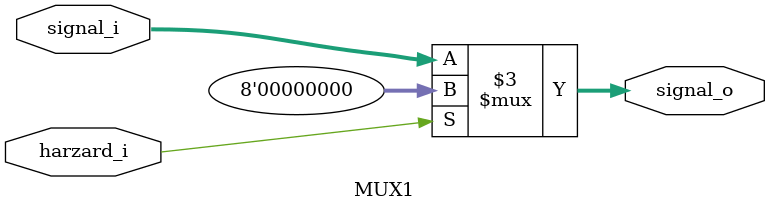
<source format=v>
module MUX1
(
	harzard_i,
	signal_i,
	signal_o
);

input [7:0] signal_i;
input harzard_i;
output [7:0] signal_o;
reg [7:0] signal_o;

always@(*) begin
	if(harzard_i) begin
		signal_o = 8'd0;
	end
	else begin
		signal_o = signal_i;
	end
end

endmodule

</source>
